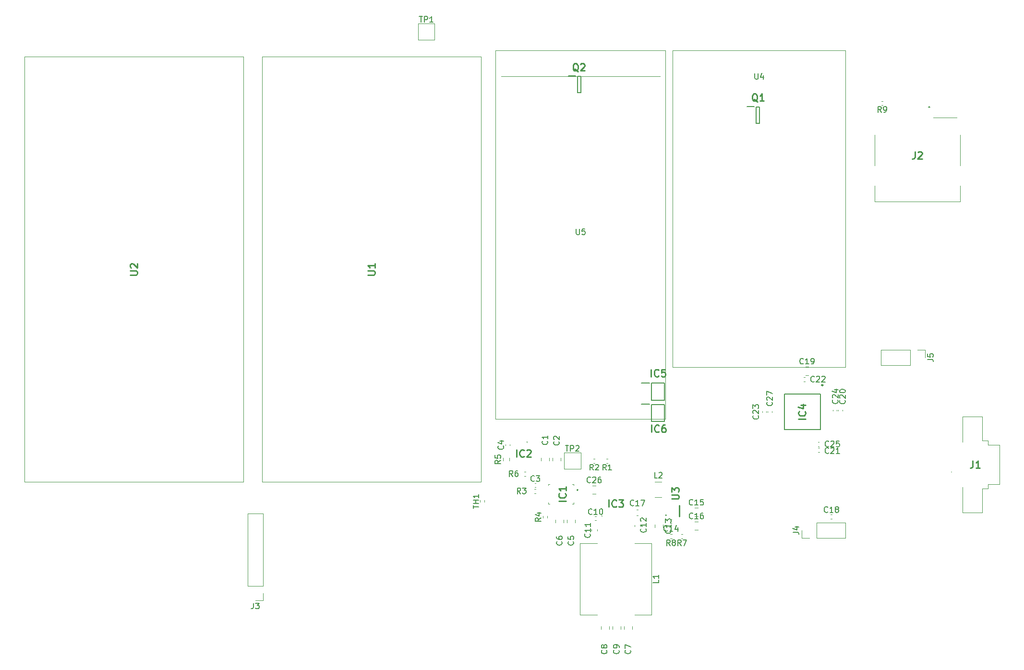
<source format=gbr>
%TF.GenerationSoftware,KiCad,Pcbnew,(6.0.9)*%
%TF.CreationDate,2023-04-17T01:59:29-04:00*%
%TF.ProjectId,TrailCounter,54726169-6c43-46f7-956e-7465722e6b69,rev?*%
%TF.SameCoordinates,Original*%
%TF.FileFunction,Legend,Top*%
%TF.FilePolarity,Positive*%
%FSLAX46Y46*%
G04 Gerber Fmt 4.6, Leading zero omitted, Abs format (unit mm)*
G04 Created by KiCad (PCBNEW (6.0.9)) date 2023-04-17 01:59:29*
%MOMM*%
%LPD*%
G01*
G04 APERTURE LIST*
%ADD10C,0.254000*%
%ADD11C,0.150000*%
%ADD12C,0.200000*%
%ADD13C,0.250000*%
%ADD14C,0.120000*%
%ADD15C,0.100000*%
G04 APERTURE END LIST*
D10*
%TO.C,IC4*%
X170500523Y-94203761D02*
X169230523Y-94203761D01*
X170379571Y-92873285D02*
X170440047Y-92933761D01*
X170500523Y-93115190D01*
X170500523Y-93236142D01*
X170440047Y-93417571D01*
X170319095Y-93538523D01*
X170198142Y-93599000D01*
X169956238Y-93659476D01*
X169774809Y-93659476D01*
X169532904Y-93599000D01*
X169411952Y-93538523D01*
X169291000Y-93417571D01*
X169230523Y-93236142D01*
X169230523Y-93115190D01*
X169291000Y-92933761D01*
X169351476Y-92873285D01*
X169653857Y-91784714D02*
X170500523Y-91784714D01*
X169170047Y-92087095D02*
X170077190Y-92389476D01*
X170077190Y-91603285D01*
D11*
%TO.C,C19*%
X170095942Y-84427542D02*
X170048323Y-84475161D01*
X169905466Y-84522780D01*
X169810228Y-84522780D01*
X169667371Y-84475161D01*
X169572133Y-84379923D01*
X169524514Y-84284685D01*
X169476895Y-84094209D01*
X169476895Y-83951352D01*
X169524514Y-83760876D01*
X169572133Y-83665638D01*
X169667371Y-83570400D01*
X169810228Y-83522780D01*
X169905466Y-83522780D01*
X170048323Y-83570400D01*
X170095942Y-83618019D01*
X171048323Y-84522780D02*
X170476895Y-84522780D01*
X170762609Y-84522780D02*
X170762609Y-83522780D01*
X170667371Y-83665638D01*
X170572133Y-83760876D01*
X170476895Y-83808495D01*
X171524514Y-84522780D02*
X171714990Y-84522780D01*
X171810228Y-84475161D01*
X171857847Y-84427542D01*
X171953085Y-84284685D01*
X172000704Y-84094209D01*
X172000704Y-83713257D01*
X171953085Y-83618019D01*
X171905466Y-83570400D01*
X171810228Y-83522780D01*
X171619752Y-83522780D01*
X171524514Y-83570400D01*
X171476895Y-83618019D01*
X171429276Y-83713257D01*
X171429276Y-83951352D01*
X171476895Y-84046590D01*
X171524514Y-84094209D01*
X171619752Y-84141828D01*
X171810228Y-84141828D01*
X171905466Y-84094209D01*
X171953085Y-84046590D01*
X172000704Y-83951352D01*
%TO.C,C16*%
X150588742Y-111707142D02*
X150541123Y-111754761D01*
X150398266Y-111802380D01*
X150303028Y-111802380D01*
X150160171Y-111754761D01*
X150064933Y-111659523D01*
X150017314Y-111564285D01*
X149969695Y-111373809D01*
X149969695Y-111230952D01*
X150017314Y-111040476D01*
X150064933Y-110945238D01*
X150160171Y-110850000D01*
X150303028Y-110802380D01*
X150398266Y-110802380D01*
X150541123Y-110850000D01*
X150588742Y-110897619D01*
X151541123Y-111802380D02*
X150969695Y-111802380D01*
X151255409Y-111802380D02*
X151255409Y-110802380D01*
X151160171Y-110945238D01*
X151064933Y-111040476D01*
X150969695Y-111088095D01*
X152398266Y-110802380D02*
X152207790Y-110802380D01*
X152112552Y-110850000D01*
X152064933Y-110897619D01*
X151969695Y-111040476D01*
X151922076Y-111230952D01*
X151922076Y-111611904D01*
X151969695Y-111707142D01*
X152017314Y-111754761D01*
X152112552Y-111802380D01*
X152303028Y-111802380D01*
X152398266Y-111754761D01*
X152445885Y-111707142D01*
X152493504Y-111611904D01*
X152493504Y-111373809D01*
X152445885Y-111278571D01*
X152398266Y-111230952D01*
X152303028Y-111183333D01*
X152112552Y-111183333D01*
X152017314Y-111230952D01*
X151969695Y-111278571D01*
X151922076Y-111373809D01*
%TO.C,C15*%
X150588742Y-109319542D02*
X150541123Y-109367161D01*
X150398266Y-109414780D01*
X150303028Y-109414780D01*
X150160171Y-109367161D01*
X150064933Y-109271923D01*
X150017314Y-109176685D01*
X149969695Y-108986209D01*
X149969695Y-108843352D01*
X150017314Y-108652876D01*
X150064933Y-108557638D01*
X150160171Y-108462400D01*
X150303028Y-108414780D01*
X150398266Y-108414780D01*
X150541123Y-108462400D01*
X150588742Y-108510019D01*
X151541123Y-109414780D02*
X150969695Y-109414780D01*
X151255409Y-109414780D02*
X151255409Y-108414780D01*
X151160171Y-108557638D01*
X151064933Y-108652876D01*
X150969695Y-108700495D01*
X152445885Y-108414780D02*
X151969695Y-108414780D01*
X151922076Y-108890971D01*
X151969695Y-108843352D01*
X152064933Y-108795733D01*
X152303028Y-108795733D01*
X152398266Y-108843352D01*
X152445885Y-108890971D01*
X152493504Y-108986209D01*
X152493504Y-109224304D01*
X152445885Y-109319542D01*
X152398266Y-109367161D01*
X152303028Y-109414780D01*
X152064933Y-109414780D01*
X151969695Y-109367161D01*
X151922076Y-109319542D01*
%TO.C,C13*%
X146664742Y-113774457D02*
X146712361Y-113822076D01*
X146759980Y-113964933D01*
X146759980Y-114060171D01*
X146712361Y-114203028D01*
X146617123Y-114298266D01*
X146521885Y-114345885D01*
X146331409Y-114393504D01*
X146188552Y-114393504D01*
X145998076Y-114345885D01*
X145902838Y-114298266D01*
X145807600Y-114203028D01*
X145759980Y-114060171D01*
X145759980Y-113964933D01*
X145807600Y-113822076D01*
X145855219Y-113774457D01*
X146759980Y-112822076D02*
X146759980Y-113393504D01*
X146759980Y-113107790D02*
X145759980Y-113107790D01*
X145902838Y-113203028D01*
X145998076Y-113298266D01*
X146045695Y-113393504D01*
X145759980Y-112488742D02*
X145759980Y-111869695D01*
X146140933Y-112203028D01*
X146140933Y-112060171D01*
X146188552Y-111964933D01*
X146236171Y-111917314D01*
X146331409Y-111869695D01*
X146569504Y-111869695D01*
X146664742Y-111917314D01*
X146712361Y-111964933D01*
X146759980Y-112060171D01*
X146759980Y-112345885D01*
X146712361Y-112441123D01*
X146664742Y-112488742D01*
%TO.C,C10*%
X132808742Y-110957142D02*
X132761123Y-111004761D01*
X132618266Y-111052380D01*
X132523028Y-111052380D01*
X132380171Y-111004761D01*
X132284933Y-110909523D01*
X132237314Y-110814285D01*
X132189695Y-110623809D01*
X132189695Y-110480952D01*
X132237314Y-110290476D01*
X132284933Y-110195238D01*
X132380171Y-110100000D01*
X132523028Y-110052380D01*
X132618266Y-110052380D01*
X132761123Y-110100000D01*
X132808742Y-110147619D01*
X133761123Y-111052380D02*
X133189695Y-111052380D01*
X133475409Y-111052380D02*
X133475409Y-110052380D01*
X133380171Y-110195238D01*
X133284933Y-110290476D01*
X133189695Y-110338095D01*
X134380171Y-110052380D02*
X134475409Y-110052380D01*
X134570647Y-110100000D01*
X134618266Y-110147619D01*
X134665885Y-110242857D01*
X134713504Y-110433333D01*
X134713504Y-110671428D01*
X134665885Y-110861904D01*
X134618266Y-110957142D01*
X134570647Y-111004761D01*
X134475409Y-111052380D01*
X134380171Y-111052380D01*
X134284933Y-111004761D01*
X134237314Y-110957142D01*
X134189695Y-110861904D01*
X134142076Y-110671428D01*
X134142076Y-110433333D01*
X134189695Y-110242857D01*
X134237314Y-110147619D01*
X134284933Y-110100000D01*
X134380171Y-110052380D01*
%TO.C,TP1*%
X102370095Y-23212380D02*
X102941523Y-23212380D01*
X102655809Y-24212380D02*
X102655809Y-23212380D01*
X103274857Y-24212380D02*
X103274857Y-23212380D01*
X103655809Y-23212380D01*
X103751047Y-23260000D01*
X103798666Y-23307619D01*
X103846285Y-23402857D01*
X103846285Y-23545714D01*
X103798666Y-23640952D01*
X103751047Y-23688571D01*
X103655809Y-23736190D01*
X103274857Y-23736190D01*
X104798666Y-24212380D02*
X104227238Y-24212380D01*
X104512952Y-24212380D02*
X104512952Y-23212380D01*
X104417714Y-23355238D01*
X104322476Y-23450476D01*
X104227238Y-23498095D01*
%TO.C,C4*%
X117154742Y-98972666D02*
X117202361Y-99020285D01*
X117249980Y-99163142D01*
X117249980Y-99258380D01*
X117202361Y-99401238D01*
X117107123Y-99496476D01*
X117011885Y-99544095D01*
X116821409Y-99591714D01*
X116678552Y-99591714D01*
X116488076Y-99544095D01*
X116392838Y-99496476D01*
X116297600Y-99401238D01*
X116249980Y-99258380D01*
X116249980Y-99163142D01*
X116297600Y-99020285D01*
X116345219Y-98972666D01*
X116583314Y-98115523D02*
X117249980Y-98115523D01*
X116202361Y-98353619D02*
X116916647Y-98591714D01*
X116916647Y-97972666D01*
%TO.C,R7*%
X148524933Y-116531980D02*
X148191600Y-116055790D01*
X147953504Y-116531980D02*
X147953504Y-115531980D01*
X148334457Y-115531980D01*
X148429695Y-115579600D01*
X148477314Y-115627219D01*
X148524933Y-115722457D01*
X148524933Y-115865314D01*
X148477314Y-115960552D01*
X148429695Y-116008171D01*
X148334457Y-116055790D01*
X147953504Y-116055790D01*
X148858266Y-115531980D02*
X149524933Y-115531980D01*
X149096361Y-116531980D01*
D10*
%TO.C,IC3*%
X135767838Y-109743723D02*
X135767838Y-108473723D01*
X137098314Y-109622771D02*
X137037838Y-109683247D01*
X136856409Y-109743723D01*
X136735457Y-109743723D01*
X136554028Y-109683247D01*
X136433076Y-109562295D01*
X136372600Y-109441342D01*
X136312123Y-109199438D01*
X136312123Y-109018009D01*
X136372600Y-108776104D01*
X136433076Y-108655152D01*
X136554028Y-108534200D01*
X136735457Y-108473723D01*
X136856409Y-108473723D01*
X137037838Y-108534200D01*
X137098314Y-108594676D01*
X137521647Y-108473723D02*
X138307838Y-108473723D01*
X137884504Y-108957533D01*
X138065933Y-108957533D01*
X138186885Y-109018009D01*
X138247361Y-109078485D01*
X138307838Y-109199438D01*
X138307838Y-109501819D01*
X138247361Y-109622771D01*
X138186885Y-109683247D01*
X138065933Y-109743723D01*
X137703076Y-109743723D01*
X137582123Y-109683247D01*
X137521647Y-109622771D01*
D11*
%TO.C,TH1*%
X111872780Y-109997714D02*
X111872780Y-109426285D01*
X112872780Y-109712000D02*
X111872780Y-109712000D01*
X112872780Y-109092952D02*
X111872780Y-109092952D01*
X112348971Y-109092952D02*
X112348971Y-108521523D01*
X112872780Y-108521523D02*
X111872780Y-108521523D01*
X112872780Y-107521523D02*
X112872780Y-108092952D01*
X112872780Y-107807238D02*
X111872780Y-107807238D01*
X112015638Y-107902476D01*
X112110876Y-107997714D01*
X112158495Y-108092952D01*
%TO.C,C7*%
X139549142Y-134989866D02*
X139596761Y-135037485D01*
X139644380Y-135180342D01*
X139644380Y-135275580D01*
X139596761Y-135418438D01*
X139501523Y-135513676D01*
X139406285Y-135561295D01*
X139215809Y-135608914D01*
X139072952Y-135608914D01*
X138882476Y-135561295D01*
X138787238Y-135513676D01*
X138692000Y-135418438D01*
X138644380Y-135275580D01*
X138644380Y-135180342D01*
X138692000Y-135037485D01*
X138739619Y-134989866D01*
X138644380Y-134656533D02*
X138644380Y-133989866D01*
X139644380Y-134418438D01*
%TO.C,J4*%
X168267580Y-114176133D02*
X168981866Y-114176133D01*
X169124723Y-114223752D01*
X169219961Y-114318990D01*
X169267580Y-114461847D01*
X169267580Y-114557085D01*
X168600914Y-113271371D02*
X169267580Y-113271371D01*
X168219961Y-113509466D02*
X168934247Y-113747561D01*
X168934247Y-113128514D01*
%TO.C,J5*%
X192013380Y-83696133D02*
X192727666Y-83696133D01*
X192870523Y-83743752D01*
X192965761Y-83838990D01*
X193013380Y-83981847D01*
X193013380Y-84077085D01*
X192013380Y-82743752D02*
X192013380Y-83219942D01*
X192489571Y-83267561D01*
X192441952Y-83219942D01*
X192394333Y-83124704D01*
X192394333Y-82886609D01*
X192441952Y-82791371D01*
X192489571Y-82743752D01*
X192584809Y-82696133D01*
X192822904Y-82696133D01*
X192918142Y-82743752D01*
X192965761Y-82791371D01*
X193013380Y-82886609D01*
X193013380Y-83124704D01*
X192965761Y-83219942D01*
X192918142Y-83267561D01*
%TO.C,U4*%
X161544095Y-33242380D02*
X161544095Y-34051904D01*
X161591714Y-34147142D01*
X161639333Y-34194761D01*
X161734571Y-34242380D01*
X161925047Y-34242380D01*
X162020285Y-34194761D01*
X162067904Y-34147142D01*
X162115523Y-34051904D01*
X162115523Y-33242380D01*
X163020285Y-33575714D02*
X163020285Y-34242380D01*
X162782190Y-33194761D02*
X162544095Y-33909047D01*
X163163142Y-33909047D01*
%TO.C,C12*%
X142292342Y-113571257D02*
X142339961Y-113618876D01*
X142387580Y-113761733D01*
X142387580Y-113856971D01*
X142339961Y-113999828D01*
X142244723Y-114095066D01*
X142149485Y-114142685D01*
X141959009Y-114190304D01*
X141816152Y-114190304D01*
X141625676Y-114142685D01*
X141530438Y-114095066D01*
X141435200Y-113999828D01*
X141387580Y-113856971D01*
X141387580Y-113761733D01*
X141435200Y-113618876D01*
X141482819Y-113571257D01*
X142387580Y-112618876D02*
X142387580Y-113190304D01*
X142387580Y-112904590D02*
X141387580Y-112904590D01*
X141530438Y-112999828D01*
X141625676Y-113095066D01*
X141673295Y-113190304D01*
X141482819Y-112237923D02*
X141435200Y-112190304D01*
X141387580Y-112095066D01*
X141387580Y-111856971D01*
X141435200Y-111761733D01*
X141482819Y-111714114D01*
X141578057Y-111666495D01*
X141673295Y-111666495D01*
X141816152Y-111714114D01*
X142387580Y-112285542D01*
X142387580Y-111666495D01*
D10*
%TO.C,IC6*%
X143286238Y-96535723D02*
X143286238Y-95265723D01*
X144616714Y-96414771D02*
X144556238Y-96475247D01*
X144374809Y-96535723D01*
X144253857Y-96535723D01*
X144072428Y-96475247D01*
X143951476Y-96354295D01*
X143891000Y-96233342D01*
X143830523Y-95991438D01*
X143830523Y-95810009D01*
X143891000Y-95568104D01*
X143951476Y-95447152D01*
X144072428Y-95326200D01*
X144253857Y-95265723D01*
X144374809Y-95265723D01*
X144556238Y-95326200D01*
X144616714Y-95386676D01*
X145705285Y-95265723D02*
X145463380Y-95265723D01*
X145342428Y-95326200D01*
X145281952Y-95386676D01*
X145161000Y-95568104D01*
X145100523Y-95810009D01*
X145100523Y-96293819D01*
X145161000Y-96414771D01*
X145221476Y-96475247D01*
X145342428Y-96535723D01*
X145584333Y-96535723D01*
X145705285Y-96475247D01*
X145765761Y-96414771D01*
X145826238Y-96293819D01*
X145826238Y-95991438D01*
X145765761Y-95870485D01*
X145705285Y-95810009D01*
X145584333Y-95749533D01*
X145342428Y-95749533D01*
X145221476Y-95810009D01*
X145161000Y-95870485D01*
X145100523Y-95991438D01*
D11*
%TO.C,C22*%
X172026342Y-87580742D02*
X171978723Y-87628361D01*
X171835866Y-87675980D01*
X171740628Y-87675980D01*
X171597771Y-87628361D01*
X171502533Y-87533123D01*
X171454914Y-87437885D01*
X171407295Y-87247409D01*
X171407295Y-87104552D01*
X171454914Y-86914076D01*
X171502533Y-86818838D01*
X171597771Y-86723600D01*
X171740628Y-86675980D01*
X171835866Y-86675980D01*
X171978723Y-86723600D01*
X172026342Y-86771219D01*
X172407295Y-86771219D02*
X172454914Y-86723600D01*
X172550152Y-86675980D01*
X172788247Y-86675980D01*
X172883485Y-86723600D01*
X172931104Y-86771219D01*
X172978723Y-86866457D01*
X172978723Y-86961695D01*
X172931104Y-87104552D01*
X172359676Y-87675980D01*
X172978723Y-87675980D01*
X173359676Y-86771219D02*
X173407295Y-86723600D01*
X173502533Y-86675980D01*
X173740628Y-86675980D01*
X173835866Y-86723600D01*
X173883485Y-86771219D01*
X173931104Y-86866457D01*
X173931104Y-86961695D01*
X173883485Y-87104552D01*
X173312057Y-87675980D01*
X173931104Y-87675980D01*
D10*
%TO.C,J2*%
X189771866Y-47056523D02*
X189771866Y-47963666D01*
X189711390Y-48145095D01*
X189590438Y-48266047D01*
X189409009Y-48326523D01*
X189288057Y-48326523D01*
X190316152Y-47177476D02*
X190376628Y-47117000D01*
X190497580Y-47056523D01*
X190799961Y-47056523D01*
X190920914Y-47117000D01*
X190981390Y-47177476D01*
X191041866Y-47298428D01*
X191041866Y-47419380D01*
X190981390Y-47600809D01*
X190255676Y-48326523D01*
X191041866Y-48326523D01*
D11*
%TO.C,L2*%
X144359333Y-104643180D02*
X143883142Y-104643180D01*
X143883142Y-103643180D01*
X144645047Y-103738419D02*
X144692666Y-103690800D01*
X144787904Y-103643180D01*
X145026000Y-103643180D01*
X145121238Y-103690800D01*
X145168857Y-103738419D01*
X145216476Y-103833657D01*
X145216476Y-103928895D01*
X145168857Y-104071752D01*
X144597428Y-104643180D01*
X145216476Y-104643180D01*
%TO.C,C2*%
X126950742Y-98210666D02*
X126998361Y-98258285D01*
X127045980Y-98401142D01*
X127045980Y-98496380D01*
X126998361Y-98639238D01*
X126903123Y-98734476D01*
X126807885Y-98782095D01*
X126617409Y-98829714D01*
X126474552Y-98829714D01*
X126284076Y-98782095D01*
X126188838Y-98734476D01*
X126093600Y-98639238D01*
X126045980Y-98496380D01*
X126045980Y-98401142D01*
X126093600Y-98258285D01*
X126141219Y-98210666D01*
X126141219Y-97829714D02*
X126093600Y-97782095D01*
X126045980Y-97686857D01*
X126045980Y-97448761D01*
X126093600Y-97353523D01*
X126141219Y-97305904D01*
X126236457Y-97258285D01*
X126331695Y-97258285D01*
X126474552Y-97305904D01*
X127045980Y-97877333D01*
X127045980Y-97258285D01*
D10*
%TO.C,Q1*%
X161981847Y-38236676D02*
X161860895Y-38176200D01*
X161739942Y-38055247D01*
X161558514Y-37873819D01*
X161437561Y-37813342D01*
X161316609Y-37813342D01*
X161377085Y-38115723D02*
X161256133Y-38055247D01*
X161135180Y-37934295D01*
X161074704Y-37692390D01*
X161074704Y-37269057D01*
X161135180Y-37027152D01*
X161256133Y-36906200D01*
X161377085Y-36845723D01*
X161618990Y-36845723D01*
X161739942Y-36906200D01*
X161860895Y-37027152D01*
X161921371Y-37269057D01*
X161921371Y-37692390D01*
X161860895Y-37934295D01*
X161739942Y-38055247D01*
X161618990Y-38115723D01*
X161377085Y-38115723D01*
X163130895Y-38115723D02*
X162405180Y-38115723D01*
X162768038Y-38115723D02*
X162768038Y-36845723D01*
X162647085Y-37027152D01*
X162526133Y-37148104D01*
X162405180Y-37208580D01*
D11*
%TO.C,C25*%
X174566342Y-99010742D02*
X174518723Y-99058361D01*
X174375866Y-99105980D01*
X174280628Y-99105980D01*
X174137771Y-99058361D01*
X174042533Y-98963123D01*
X173994914Y-98867885D01*
X173947295Y-98677409D01*
X173947295Y-98534552D01*
X173994914Y-98344076D01*
X174042533Y-98248838D01*
X174137771Y-98153600D01*
X174280628Y-98105980D01*
X174375866Y-98105980D01*
X174518723Y-98153600D01*
X174566342Y-98201219D01*
X174947295Y-98201219D02*
X174994914Y-98153600D01*
X175090152Y-98105980D01*
X175328247Y-98105980D01*
X175423485Y-98153600D01*
X175471104Y-98201219D01*
X175518723Y-98296457D01*
X175518723Y-98391695D01*
X175471104Y-98534552D01*
X174899676Y-99105980D01*
X175518723Y-99105980D01*
X176423485Y-98105980D02*
X175947295Y-98105980D01*
X175899676Y-98582171D01*
X175947295Y-98534552D01*
X176042533Y-98486933D01*
X176280628Y-98486933D01*
X176375866Y-98534552D01*
X176423485Y-98582171D01*
X176471104Y-98677409D01*
X176471104Y-98915504D01*
X176423485Y-99010742D01*
X176375866Y-99058361D01*
X176280628Y-99105980D01*
X176042533Y-99105980D01*
X175947295Y-99058361D01*
X175899676Y-99010742D01*
%TO.C,L1*%
X144559980Y-122594666D02*
X144559980Y-123070857D01*
X143559980Y-123070857D01*
X144559980Y-121737523D02*
X144559980Y-122308952D01*
X144559980Y-122023238D02*
X143559980Y-122023238D01*
X143702838Y-122118476D01*
X143798076Y-122213714D01*
X143845695Y-122308952D01*
%TO.C,C20*%
X177395142Y-90914457D02*
X177442761Y-90962076D01*
X177490380Y-91104933D01*
X177490380Y-91200171D01*
X177442761Y-91343028D01*
X177347523Y-91438266D01*
X177252285Y-91485885D01*
X177061809Y-91533504D01*
X176918952Y-91533504D01*
X176728476Y-91485885D01*
X176633238Y-91438266D01*
X176538000Y-91343028D01*
X176490380Y-91200171D01*
X176490380Y-91104933D01*
X176538000Y-90962076D01*
X176585619Y-90914457D01*
X176585619Y-90533504D02*
X176538000Y-90485885D01*
X176490380Y-90390647D01*
X176490380Y-90152552D01*
X176538000Y-90057314D01*
X176585619Y-90009695D01*
X176680857Y-89962076D01*
X176776095Y-89962076D01*
X176918952Y-90009695D01*
X177490380Y-90581123D01*
X177490380Y-89962076D01*
X176490380Y-89343028D02*
X176490380Y-89247790D01*
X176538000Y-89152552D01*
X176585619Y-89104933D01*
X176680857Y-89057314D01*
X176871333Y-89009695D01*
X177109428Y-89009695D01*
X177299904Y-89057314D01*
X177395142Y-89104933D01*
X177442761Y-89152552D01*
X177490380Y-89247790D01*
X177490380Y-89343028D01*
X177442761Y-89438266D01*
X177395142Y-89485885D01*
X177299904Y-89533504D01*
X177109428Y-89581123D01*
X176871333Y-89581123D01*
X176680857Y-89533504D01*
X176585619Y-89485885D01*
X176538000Y-89438266D01*
X176490380Y-89343028D01*
%TO.C,C18*%
X174398942Y-110593142D02*
X174351323Y-110640761D01*
X174208466Y-110688380D01*
X174113228Y-110688380D01*
X173970371Y-110640761D01*
X173875133Y-110545523D01*
X173827514Y-110450285D01*
X173779895Y-110259809D01*
X173779895Y-110116952D01*
X173827514Y-109926476D01*
X173875133Y-109831238D01*
X173970371Y-109736000D01*
X174113228Y-109688380D01*
X174208466Y-109688380D01*
X174351323Y-109736000D01*
X174398942Y-109783619D01*
X175351323Y-110688380D02*
X174779895Y-110688380D01*
X175065609Y-110688380D02*
X175065609Y-109688380D01*
X174970371Y-109831238D01*
X174875133Y-109926476D01*
X174779895Y-109974095D01*
X175922752Y-110116952D02*
X175827514Y-110069333D01*
X175779895Y-110021714D01*
X175732276Y-109926476D01*
X175732276Y-109878857D01*
X175779895Y-109783619D01*
X175827514Y-109736000D01*
X175922752Y-109688380D01*
X176113228Y-109688380D01*
X176208466Y-109736000D01*
X176256085Y-109783619D01*
X176303704Y-109878857D01*
X176303704Y-109926476D01*
X176256085Y-110021714D01*
X176208466Y-110069333D01*
X176113228Y-110116952D01*
X175922752Y-110116952D01*
X175827514Y-110164571D01*
X175779895Y-110212190D01*
X175732276Y-110307428D01*
X175732276Y-110497904D01*
X175779895Y-110593142D01*
X175827514Y-110640761D01*
X175922752Y-110688380D01*
X176113228Y-110688380D01*
X176208466Y-110640761D01*
X176256085Y-110593142D01*
X176303704Y-110497904D01*
X176303704Y-110307428D01*
X176256085Y-110212190D01*
X176208466Y-110164571D01*
X176113228Y-110116952D01*
%TO.C,R9*%
X183830933Y-40118780D02*
X183497600Y-39642590D01*
X183259504Y-40118780D02*
X183259504Y-39118780D01*
X183640457Y-39118780D01*
X183735695Y-39166400D01*
X183783314Y-39214019D01*
X183830933Y-39309257D01*
X183830933Y-39452114D01*
X183783314Y-39547352D01*
X183735695Y-39594971D01*
X183640457Y-39642590D01*
X183259504Y-39642590D01*
X184307123Y-40118780D02*
X184497600Y-40118780D01*
X184592838Y-40071161D01*
X184640457Y-40023542D01*
X184735695Y-39880685D01*
X184783314Y-39690209D01*
X184783314Y-39309257D01*
X184735695Y-39214019D01*
X184688076Y-39166400D01*
X184592838Y-39118780D01*
X184402361Y-39118780D01*
X184307123Y-39166400D01*
X184259504Y-39214019D01*
X184211885Y-39309257D01*
X184211885Y-39547352D01*
X184259504Y-39642590D01*
X184307123Y-39690209D01*
X184402361Y-39737828D01*
X184592838Y-39737828D01*
X184688076Y-39690209D01*
X184735695Y-39642590D01*
X184783314Y-39547352D01*
%TO.C,C17*%
X140174742Y-109424742D02*
X140127123Y-109472361D01*
X139984266Y-109519980D01*
X139889028Y-109519980D01*
X139746171Y-109472361D01*
X139650933Y-109377123D01*
X139603314Y-109281885D01*
X139555695Y-109091409D01*
X139555695Y-108948552D01*
X139603314Y-108758076D01*
X139650933Y-108662838D01*
X139746171Y-108567600D01*
X139889028Y-108519980D01*
X139984266Y-108519980D01*
X140127123Y-108567600D01*
X140174742Y-108615219D01*
X141127123Y-109519980D02*
X140555695Y-109519980D01*
X140841409Y-109519980D02*
X140841409Y-108519980D01*
X140746171Y-108662838D01*
X140650933Y-108758076D01*
X140555695Y-108805695D01*
X141460457Y-108519980D02*
X142127123Y-108519980D01*
X141698552Y-109519980D01*
%TO.C,R5*%
X116725980Y-101512666D02*
X116249790Y-101846000D01*
X116725980Y-102084095D02*
X115725980Y-102084095D01*
X115725980Y-101703142D01*
X115773600Y-101607904D01*
X115821219Y-101560285D01*
X115916457Y-101512666D01*
X116059314Y-101512666D01*
X116154552Y-101560285D01*
X116202171Y-101607904D01*
X116249790Y-101703142D01*
X116249790Y-102084095D01*
X115725980Y-100607904D02*
X115725980Y-101084095D01*
X116202171Y-101131714D01*
X116154552Y-101084095D01*
X116106933Y-100988857D01*
X116106933Y-100750761D01*
X116154552Y-100655523D01*
X116202171Y-100607904D01*
X116297409Y-100560285D01*
X116535504Y-100560285D01*
X116630742Y-100607904D01*
X116678361Y-100655523D01*
X116725980Y-100750761D01*
X116725980Y-100988857D01*
X116678361Y-101084095D01*
X116630742Y-101131714D01*
%TO.C,C27*%
X164542742Y-91270057D02*
X164590361Y-91317676D01*
X164637980Y-91460533D01*
X164637980Y-91555771D01*
X164590361Y-91698628D01*
X164495123Y-91793866D01*
X164399885Y-91841485D01*
X164209409Y-91889104D01*
X164066552Y-91889104D01*
X163876076Y-91841485D01*
X163780838Y-91793866D01*
X163685600Y-91698628D01*
X163637980Y-91555771D01*
X163637980Y-91460533D01*
X163685600Y-91317676D01*
X163733219Y-91270057D01*
X163733219Y-90889104D02*
X163685600Y-90841485D01*
X163637980Y-90746247D01*
X163637980Y-90508152D01*
X163685600Y-90412914D01*
X163733219Y-90365295D01*
X163828457Y-90317676D01*
X163923695Y-90317676D01*
X164066552Y-90365295D01*
X164637980Y-90936723D01*
X164637980Y-90317676D01*
X163637980Y-89984342D02*
X163637980Y-89317676D01*
X164637980Y-89746247D01*
%TO.C,C23*%
X162104342Y-93606857D02*
X162151961Y-93654476D01*
X162199580Y-93797333D01*
X162199580Y-93892571D01*
X162151961Y-94035428D01*
X162056723Y-94130666D01*
X161961485Y-94178285D01*
X161771009Y-94225904D01*
X161628152Y-94225904D01*
X161437676Y-94178285D01*
X161342438Y-94130666D01*
X161247200Y-94035428D01*
X161199580Y-93892571D01*
X161199580Y-93797333D01*
X161247200Y-93654476D01*
X161294819Y-93606857D01*
X161294819Y-93225904D02*
X161247200Y-93178285D01*
X161199580Y-93083047D01*
X161199580Y-92844952D01*
X161247200Y-92749714D01*
X161294819Y-92702095D01*
X161390057Y-92654476D01*
X161485295Y-92654476D01*
X161628152Y-92702095D01*
X162199580Y-93273523D01*
X162199580Y-92654476D01*
X161199580Y-92321142D02*
X161199580Y-91702095D01*
X161580533Y-92035428D01*
X161580533Y-91892571D01*
X161628152Y-91797333D01*
X161675771Y-91749714D01*
X161771009Y-91702095D01*
X162009104Y-91702095D01*
X162104342Y-91749714D01*
X162151961Y-91797333D01*
X162199580Y-91892571D01*
X162199580Y-92178285D01*
X162151961Y-92273523D01*
X162104342Y-92321142D01*
%TO.C,C11*%
X132437142Y-114485657D02*
X132484761Y-114533276D01*
X132532380Y-114676133D01*
X132532380Y-114771371D01*
X132484761Y-114914228D01*
X132389523Y-115009466D01*
X132294285Y-115057085D01*
X132103809Y-115104704D01*
X131960952Y-115104704D01*
X131770476Y-115057085D01*
X131675238Y-115009466D01*
X131580000Y-114914228D01*
X131532380Y-114771371D01*
X131532380Y-114676133D01*
X131580000Y-114533276D01*
X131627619Y-114485657D01*
X132532380Y-113533276D02*
X132532380Y-114104704D01*
X132532380Y-113818990D02*
X131532380Y-113818990D01*
X131675238Y-113914228D01*
X131770476Y-114009466D01*
X131818095Y-114104704D01*
X132532380Y-112580895D02*
X132532380Y-113152323D01*
X132532380Y-112866609D02*
X131532380Y-112866609D01*
X131675238Y-112961847D01*
X131770476Y-113057085D01*
X131818095Y-113152323D01*
%TO.C,R8*%
X146594533Y-116531980D02*
X146261200Y-116055790D01*
X146023104Y-116531980D02*
X146023104Y-115531980D01*
X146404057Y-115531980D01*
X146499295Y-115579600D01*
X146546914Y-115627219D01*
X146594533Y-115722457D01*
X146594533Y-115865314D01*
X146546914Y-115960552D01*
X146499295Y-116008171D01*
X146404057Y-116055790D01*
X146023104Y-116055790D01*
X147165961Y-115960552D02*
X147070723Y-115912933D01*
X147023104Y-115865314D01*
X146975485Y-115770076D01*
X146975485Y-115722457D01*
X147023104Y-115627219D01*
X147070723Y-115579600D01*
X147165961Y-115531980D01*
X147356438Y-115531980D01*
X147451676Y-115579600D01*
X147499295Y-115627219D01*
X147546914Y-115722457D01*
X147546914Y-115770076D01*
X147499295Y-115865314D01*
X147451676Y-115912933D01*
X147356438Y-115960552D01*
X147165961Y-115960552D01*
X147070723Y-116008171D01*
X147023104Y-116055790D01*
X146975485Y-116151028D01*
X146975485Y-116341504D01*
X147023104Y-116436742D01*
X147070723Y-116484361D01*
X147165961Y-116531980D01*
X147356438Y-116531980D01*
X147451676Y-116484361D01*
X147499295Y-116436742D01*
X147546914Y-116341504D01*
X147546914Y-116151028D01*
X147499295Y-116055790D01*
X147451676Y-116008171D01*
X147356438Y-115960552D01*
D10*
%TO.C,IC1*%
X128205123Y-108681761D02*
X126935123Y-108681761D01*
X128084171Y-107351285D02*
X128144647Y-107411761D01*
X128205123Y-107593190D01*
X128205123Y-107714142D01*
X128144647Y-107895571D01*
X128023695Y-108016523D01*
X127902742Y-108077000D01*
X127660838Y-108137476D01*
X127479409Y-108137476D01*
X127237504Y-108077000D01*
X127116552Y-108016523D01*
X126995600Y-107895571D01*
X126935123Y-107714142D01*
X126935123Y-107593190D01*
X126995600Y-107411761D01*
X127056076Y-107351285D01*
X128205123Y-106141761D02*
X128205123Y-106867476D01*
X128205123Y-106504619D02*
X126935123Y-106504619D01*
X127116552Y-106625571D01*
X127237504Y-106746523D01*
X127297980Y-106867476D01*
%TO.C,IC5*%
X143235438Y-86731323D02*
X143235438Y-85461323D01*
X144565914Y-86610371D02*
X144505438Y-86670847D01*
X144324009Y-86731323D01*
X144203057Y-86731323D01*
X144021628Y-86670847D01*
X143900676Y-86549895D01*
X143840200Y-86428942D01*
X143779723Y-86187038D01*
X143779723Y-86005609D01*
X143840200Y-85763704D01*
X143900676Y-85642752D01*
X144021628Y-85521800D01*
X144203057Y-85461323D01*
X144324009Y-85461323D01*
X144505438Y-85521800D01*
X144565914Y-85582276D01*
X145714961Y-85461323D02*
X145110200Y-85461323D01*
X145049723Y-86066085D01*
X145110200Y-86005609D01*
X145231152Y-85945133D01*
X145533533Y-85945133D01*
X145654485Y-86005609D01*
X145714961Y-86066085D01*
X145775438Y-86187038D01*
X145775438Y-86489419D01*
X145714961Y-86610371D01*
X145654485Y-86670847D01*
X145533533Y-86731323D01*
X145231152Y-86731323D01*
X145110200Y-86670847D01*
X145049723Y-86610371D01*
%TO.C,U2*%
X51374523Y-68785619D02*
X52402619Y-68785619D01*
X52523571Y-68725142D01*
X52584047Y-68664666D01*
X52644523Y-68543714D01*
X52644523Y-68301809D01*
X52584047Y-68180857D01*
X52523571Y-68120380D01*
X52402619Y-68059904D01*
X51374523Y-68059904D01*
X51495476Y-67515619D02*
X51435000Y-67455142D01*
X51374523Y-67334190D01*
X51374523Y-67031809D01*
X51435000Y-66910857D01*
X51495476Y-66850380D01*
X51616428Y-66789904D01*
X51737380Y-66789904D01*
X51918809Y-66850380D01*
X52644523Y-67576095D01*
X52644523Y-66789904D01*
D11*
%TO.C,C24*%
X176125142Y-90863657D02*
X176172761Y-90911276D01*
X176220380Y-91054133D01*
X176220380Y-91149371D01*
X176172761Y-91292228D01*
X176077523Y-91387466D01*
X175982285Y-91435085D01*
X175791809Y-91482704D01*
X175648952Y-91482704D01*
X175458476Y-91435085D01*
X175363238Y-91387466D01*
X175268000Y-91292228D01*
X175220380Y-91149371D01*
X175220380Y-91054133D01*
X175268000Y-90911276D01*
X175315619Y-90863657D01*
X175315619Y-90482704D02*
X175268000Y-90435085D01*
X175220380Y-90339847D01*
X175220380Y-90101752D01*
X175268000Y-90006514D01*
X175315619Y-89958895D01*
X175410857Y-89911276D01*
X175506095Y-89911276D01*
X175648952Y-89958895D01*
X176220380Y-90530323D01*
X176220380Y-89911276D01*
X175553714Y-89054133D02*
X176220380Y-89054133D01*
X175172761Y-89292228D02*
X175887047Y-89530323D01*
X175887047Y-88911276D01*
%TO.C,C3*%
X122667733Y-105115142D02*
X122620114Y-105162761D01*
X122477257Y-105210380D01*
X122382019Y-105210380D01*
X122239161Y-105162761D01*
X122143923Y-105067523D01*
X122096304Y-104972285D01*
X122048685Y-104781809D01*
X122048685Y-104638952D01*
X122096304Y-104448476D01*
X122143923Y-104353238D01*
X122239161Y-104258000D01*
X122382019Y-104210380D01*
X122477257Y-104210380D01*
X122620114Y-104258000D01*
X122667733Y-104305619D01*
X123001066Y-104210380D02*
X123620114Y-104210380D01*
X123286780Y-104591333D01*
X123429638Y-104591333D01*
X123524876Y-104638952D01*
X123572495Y-104686571D01*
X123620114Y-104781809D01*
X123620114Y-105019904D01*
X123572495Y-105115142D01*
X123524876Y-105162761D01*
X123429638Y-105210380D01*
X123143923Y-105210380D01*
X123048685Y-105162761D01*
X123001066Y-105115142D01*
%TO.C,C14*%
X146118342Y-113895142D02*
X146070723Y-113942761D01*
X145927866Y-113990380D01*
X145832628Y-113990380D01*
X145689771Y-113942761D01*
X145594533Y-113847523D01*
X145546914Y-113752285D01*
X145499295Y-113561809D01*
X145499295Y-113418952D01*
X145546914Y-113228476D01*
X145594533Y-113133238D01*
X145689771Y-113038000D01*
X145832628Y-112990380D01*
X145927866Y-112990380D01*
X146070723Y-113038000D01*
X146118342Y-113085619D01*
X147070723Y-113990380D02*
X146499295Y-113990380D01*
X146785009Y-113990380D02*
X146785009Y-112990380D01*
X146689771Y-113133238D01*
X146594533Y-113228476D01*
X146499295Y-113276095D01*
X147927866Y-113323714D02*
X147927866Y-113990380D01*
X147689771Y-112942761D02*
X147451676Y-113657047D01*
X148070723Y-113657047D01*
%TO.C,C26*%
X132554742Y-105357142D02*
X132507123Y-105404761D01*
X132364266Y-105452380D01*
X132269028Y-105452380D01*
X132126171Y-105404761D01*
X132030933Y-105309523D01*
X131983314Y-105214285D01*
X131935695Y-105023809D01*
X131935695Y-104880952D01*
X131983314Y-104690476D01*
X132030933Y-104595238D01*
X132126171Y-104500000D01*
X132269028Y-104452380D01*
X132364266Y-104452380D01*
X132507123Y-104500000D01*
X132554742Y-104547619D01*
X132935695Y-104547619D02*
X132983314Y-104500000D01*
X133078552Y-104452380D01*
X133316647Y-104452380D01*
X133411885Y-104500000D01*
X133459504Y-104547619D01*
X133507123Y-104642857D01*
X133507123Y-104738095D01*
X133459504Y-104880952D01*
X132888076Y-105452380D01*
X133507123Y-105452380D01*
X134364266Y-104452380D02*
X134173790Y-104452380D01*
X134078552Y-104500000D01*
X134030933Y-104547619D01*
X133935695Y-104690476D01*
X133888076Y-104880952D01*
X133888076Y-105261904D01*
X133935695Y-105357142D01*
X133983314Y-105404761D01*
X134078552Y-105452380D01*
X134269028Y-105452380D01*
X134364266Y-105404761D01*
X134411885Y-105357142D01*
X134459504Y-105261904D01*
X134459504Y-105023809D01*
X134411885Y-104928571D01*
X134364266Y-104880952D01*
X134269028Y-104833333D01*
X134078552Y-104833333D01*
X133983314Y-104880952D01*
X133935695Y-104928571D01*
X133888076Y-105023809D01*
%TO.C,R4*%
X123843980Y-111672666D02*
X123367790Y-112006000D01*
X123843980Y-112244095D02*
X122843980Y-112244095D01*
X122843980Y-111863142D01*
X122891600Y-111767904D01*
X122939219Y-111720285D01*
X123034457Y-111672666D01*
X123177314Y-111672666D01*
X123272552Y-111720285D01*
X123320171Y-111767904D01*
X123367790Y-111863142D01*
X123367790Y-112244095D01*
X123177314Y-110815523D02*
X123843980Y-110815523D01*
X122796361Y-111053619D02*
X123510647Y-111291714D01*
X123510647Y-110672666D01*
%TO.C,R2*%
X133030933Y-103222380D02*
X132697600Y-102746190D01*
X132459504Y-103222380D02*
X132459504Y-102222380D01*
X132840457Y-102222380D01*
X132935695Y-102270000D01*
X132983314Y-102317619D01*
X133030933Y-102412857D01*
X133030933Y-102555714D01*
X132983314Y-102650952D01*
X132935695Y-102698571D01*
X132840457Y-102746190D01*
X132459504Y-102746190D01*
X133411885Y-102317619D02*
X133459504Y-102270000D01*
X133554742Y-102222380D01*
X133792838Y-102222380D01*
X133888076Y-102270000D01*
X133935695Y-102317619D01*
X133983314Y-102412857D01*
X133983314Y-102508095D01*
X133935695Y-102650952D01*
X133364266Y-103222380D01*
X133983314Y-103222380D01*
%TO.C,TP2*%
X128125695Y-98904380D02*
X128697123Y-98904380D01*
X128411409Y-99904380D02*
X128411409Y-98904380D01*
X129030457Y-99904380D02*
X129030457Y-98904380D01*
X129411409Y-98904380D01*
X129506647Y-98952000D01*
X129554266Y-98999619D01*
X129601885Y-99094857D01*
X129601885Y-99237714D01*
X129554266Y-99332952D01*
X129506647Y-99380571D01*
X129411409Y-99428190D01*
X129030457Y-99428190D01*
X129982838Y-98999619D02*
X130030457Y-98952000D01*
X130125695Y-98904380D01*
X130363790Y-98904380D01*
X130459028Y-98952000D01*
X130506647Y-98999619D01*
X130554266Y-99094857D01*
X130554266Y-99190095D01*
X130506647Y-99332952D01*
X129935219Y-99904380D01*
X130554266Y-99904380D01*
%TO.C,U5*%
X130048095Y-60674380D02*
X130048095Y-61483904D01*
X130095714Y-61579142D01*
X130143333Y-61626761D01*
X130238571Y-61674380D01*
X130429047Y-61674380D01*
X130524285Y-61626761D01*
X130571904Y-61579142D01*
X130619523Y-61483904D01*
X130619523Y-60674380D01*
X131571904Y-60674380D02*
X131095714Y-60674380D01*
X131048095Y-61150571D01*
X131095714Y-61102952D01*
X131190952Y-61055333D01*
X131429047Y-61055333D01*
X131524285Y-61102952D01*
X131571904Y-61150571D01*
X131619523Y-61245809D01*
X131619523Y-61483904D01*
X131571904Y-61579142D01*
X131524285Y-61626761D01*
X131429047Y-61674380D01*
X131190952Y-61674380D01*
X131095714Y-61626761D01*
X131048095Y-61579142D01*
%TO.C,C21*%
X174566342Y-100179142D02*
X174518723Y-100226761D01*
X174375866Y-100274380D01*
X174280628Y-100274380D01*
X174137771Y-100226761D01*
X174042533Y-100131523D01*
X173994914Y-100036285D01*
X173947295Y-99845809D01*
X173947295Y-99702952D01*
X173994914Y-99512476D01*
X174042533Y-99417238D01*
X174137771Y-99322000D01*
X174280628Y-99274380D01*
X174375866Y-99274380D01*
X174518723Y-99322000D01*
X174566342Y-99369619D01*
X174947295Y-99369619D02*
X174994914Y-99322000D01*
X175090152Y-99274380D01*
X175328247Y-99274380D01*
X175423485Y-99322000D01*
X175471104Y-99369619D01*
X175518723Y-99464857D01*
X175518723Y-99560095D01*
X175471104Y-99702952D01*
X174899676Y-100274380D01*
X175518723Y-100274380D01*
X176471104Y-100274380D02*
X175899676Y-100274380D01*
X176185390Y-100274380D02*
X176185390Y-99274380D01*
X176090152Y-99417238D01*
X175994914Y-99512476D01*
X175899676Y-99560095D01*
%TO.C,C6*%
X127458742Y-115838266D02*
X127506361Y-115885885D01*
X127553980Y-116028742D01*
X127553980Y-116123980D01*
X127506361Y-116266838D01*
X127411123Y-116362076D01*
X127315885Y-116409695D01*
X127125409Y-116457314D01*
X126982552Y-116457314D01*
X126792076Y-116409695D01*
X126696838Y-116362076D01*
X126601600Y-116266838D01*
X126553980Y-116123980D01*
X126553980Y-116028742D01*
X126601600Y-115885885D01*
X126649219Y-115838266D01*
X126553980Y-114981123D02*
X126553980Y-115171600D01*
X126601600Y-115266838D01*
X126649219Y-115314457D01*
X126792076Y-115409695D01*
X126982552Y-115457314D01*
X127363504Y-115457314D01*
X127458742Y-115409695D01*
X127506361Y-115362076D01*
X127553980Y-115266838D01*
X127553980Y-115076361D01*
X127506361Y-114981123D01*
X127458742Y-114933504D01*
X127363504Y-114885885D01*
X127125409Y-114885885D01*
X127030171Y-114933504D01*
X126982552Y-114981123D01*
X126934933Y-115076361D01*
X126934933Y-115266838D01*
X126982552Y-115362076D01*
X127030171Y-115409695D01*
X127125409Y-115457314D01*
%TO.C,R1*%
X135316933Y-103222380D02*
X134983600Y-102746190D01*
X134745504Y-103222380D02*
X134745504Y-102222380D01*
X135126457Y-102222380D01*
X135221695Y-102270000D01*
X135269314Y-102317619D01*
X135316933Y-102412857D01*
X135316933Y-102555714D01*
X135269314Y-102650952D01*
X135221695Y-102698571D01*
X135126457Y-102746190D01*
X134745504Y-102746190D01*
X136269314Y-103222380D02*
X135697885Y-103222380D01*
X135983600Y-103222380D02*
X135983600Y-102222380D01*
X135888361Y-102365238D01*
X135793123Y-102460476D01*
X135697885Y-102508095D01*
%TO.C,J3*%
X73123466Y-126699580D02*
X73123466Y-127413866D01*
X73075847Y-127556723D01*
X72980609Y-127651961D01*
X72837752Y-127699580D01*
X72742514Y-127699580D01*
X73504419Y-126699580D02*
X74123466Y-126699580D01*
X73790133Y-127080533D01*
X73932990Y-127080533D01*
X74028228Y-127128152D01*
X74075847Y-127175771D01*
X74123466Y-127271009D01*
X74123466Y-127509104D01*
X74075847Y-127604342D01*
X74028228Y-127651961D01*
X73932990Y-127699580D01*
X73647276Y-127699580D01*
X73552038Y-127651961D01*
X73504419Y-127604342D01*
%TO.C,C1*%
X124918742Y-98109066D02*
X124966361Y-98156685D01*
X125013980Y-98299542D01*
X125013980Y-98394780D01*
X124966361Y-98537638D01*
X124871123Y-98632876D01*
X124775885Y-98680495D01*
X124585409Y-98728114D01*
X124442552Y-98728114D01*
X124252076Y-98680495D01*
X124156838Y-98632876D01*
X124061600Y-98537638D01*
X124013980Y-98394780D01*
X124013980Y-98299542D01*
X124061600Y-98156685D01*
X124109219Y-98109066D01*
X125013980Y-97156685D02*
X125013980Y-97728114D01*
X125013980Y-97442400D02*
X124013980Y-97442400D01*
X124156838Y-97537638D01*
X124252076Y-97632876D01*
X124299695Y-97728114D01*
D10*
%TO.C,IC2*%
X119511838Y-100904523D02*
X119511838Y-99634523D01*
X120842314Y-100783571D02*
X120781838Y-100844047D01*
X120600409Y-100904523D01*
X120479457Y-100904523D01*
X120298028Y-100844047D01*
X120177076Y-100723095D01*
X120116600Y-100602142D01*
X120056123Y-100360238D01*
X120056123Y-100178809D01*
X120116600Y-99936904D01*
X120177076Y-99815952D01*
X120298028Y-99695000D01*
X120479457Y-99634523D01*
X120600409Y-99634523D01*
X120781838Y-99695000D01*
X120842314Y-99755476D01*
X121326123Y-99755476D02*
X121386600Y-99695000D01*
X121507552Y-99634523D01*
X121809933Y-99634523D01*
X121930885Y-99695000D01*
X121991361Y-99755476D01*
X122051838Y-99876428D01*
X122051838Y-99997380D01*
X121991361Y-100178809D01*
X121265647Y-100904523D01*
X122051838Y-100904523D01*
D11*
%TO.C,R3*%
X120229333Y-107386380D02*
X119896000Y-106910190D01*
X119657904Y-107386380D02*
X119657904Y-106386380D01*
X120038857Y-106386380D01*
X120134095Y-106434000D01*
X120181714Y-106481619D01*
X120229333Y-106576857D01*
X120229333Y-106719714D01*
X120181714Y-106814952D01*
X120134095Y-106862571D01*
X120038857Y-106910190D01*
X119657904Y-106910190D01*
X120562666Y-106386380D02*
X121181714Y-106386380D01*
X120848380Y-106767333D01*
X120991238Y-106767333D01*
X121086476Y-106814952D01*
X121134095Y-106862571D01*
X121181714Y-106957809D01*
X121181714Y-107195904D01*
X121134095Y-107291142D01*
X121086476Y-107338761D01*
X120991238Y-107386380D01*
X120705523Y-107386380D01*
X120610285Y-107338761D01*
X120562666Y-107291142D01*
%TO.C,R6*%
X118857733Y-104338380D02*
X118524400Y-103862190D01*
X118286304Y-104338380D02*
X118286304Y-103338380D01*
X118667257Y-103338380D01*
X118762495Y-103386000D01*
X118810114Y-103433619D01*
X118857733Y-103528857D01*
X118857733Y-103671714D01*
X118810114Y-103766952D01*
X118762495Y-103814571D01*
X118667257Y-103862190D01*
X118286304Y-103862190D01*
X119714876Y-103338380D02*
X119524400Y-103338380D01*
X119429161Y-103386000D01*
X119381542Y-103433619D01*
X119286304Y-103576476D01*
X119238685Y-103766952D01*
X119238685Y-104147904D01*
X119286304Y-104243142D01*
X119333923Y-104290761D01*
X119429161Y-104338380D01*
X119619638Y-104338380D01*
X119714876Y-104290761D01*
X119762495Y-104243142D01*
X119810114Y-104147904D01*
X119810114Y-103909809D01*
X119762495Y-103814571D01*
X119714876Y-103766952D01*
X119619638Y-103719333D01*
X119429161Y-103719333D01*
X119333923Y-103766952D01*
X119286304Y-103814571D01*
X119238685Y-103909809D01*
D10*
%TO.C,Q2*%
X130384247Y-32902676D02*
X130263295Y-32842200D01*
X130142342Y-32721247D01*
X129960914Y-32539819D01*
X129839961Y-32479342D01*
X129719009Y-32479342D01*
X129779485Y-32781723D02*
X129658533Y-32721247D01*
X129537580Y-32600295D01*
X129477104Y-32358390D01*
X129477104Y-31935057D01*
X129537580Y-31693152D01*
X129658533Y-31572200D01*
X129779485Y-31511723D01*
X130021390Y-31511723D01*
X130142342Y-31572200D01*
X130263295Y-31693152D01*
X130323771Y-31935057D01*
X130323771Y-32358390D01*
X130263295Y-32600295D01*
X130142342Y-32721247D01*
X130021390Y-32781723D01*
X129779485Y-32781723D01*
X130807580Y-31632676D02*
X130868057Y-31572200D01*
X130989009Y-31511723D01*
X131291390Y-31511723D01*
X131412342Y-31572200D01*
X131472819Y-31632676D01*
X131533295Y-31753628D01*
X131533295Y-31874580D01*
X131472819Y-32056009D01*
X130747104Y-32781723D01*
X131533295Y-32781723D01*
%TO.C,J1*%
X199982666Y-101564923D02*
X199982666Y-102472066D01*
X199922190Y-102653495D01*
X199801238Y-102774447D01*
X199619809Y-102834923D01*
X199498857Y-102834923D01*
X201252666Y-102834923D02*
X200526952Y-102834923D01*
X200889809Y-102834923D02*
X200889809Y-101564923D01*
X200768857Y-101746352D01*
X200647904Y-101867304D01*
X200526952Y-101927780D01*
D11*
%TO.C,C9*%
X137517142Y-134989866D02*
X137564761Y-135037485D01*
X137612380Y-135180342D01*
X137612380Y-135275580D01*
X137564761Y-135418438D01*
X137469523Y-135513676D01*
X137374285Y-135561295D01*
X137183809Y-135608914D01*
X137040952Y-135608914D01*
X136850476Y-135561295D01*
X136755238Y-135513676D01*
X136660000Y-135418438D01*
X136612380Y-135275580D01*
X136612380Y-135180342D01*
X136660000Y-135037485D01*
X136707619Y-134989866D01*
X137612380Y-134513676D02*
X137612380Y-134323200D01*
X137564761Y-134227961D01*
X137517142Y-134180342D01*
X137374285Y-134085104D01*
X137183809Y-134037485D01*
X136802857Y-134037485D01*
X136707619Y-134085104D01*
X136660000Y-134132723D01*
X136612380Y-134227961D01*
X136612380Y-134418438D01*
X136660000Y-134513676D01*
X136707619Y-134561295D01*
X136802857Y-134608914D01*
X137040952Y-134608914D01*
X137136190Y-134561295D01*
X137183809Y-134513676D01*
X137231428Y-134418438D01*
X137231428Y-134227961D01*
X137183809Y-134132723D01*
X137136190Y-134085104D01*
X137040952Y-134037485D01*
%TO.C,C5*%
X129490742Y-115838266D02*
X129538361Y-115885885D01*
X129585980Y-116028742D01*
X129585980Y-116123980D01*
X129538361Y-116266838D01*
X129443123Y-116362076D01*
X129347885Y-116409695D01*
X129157409Y-116457314D01*
X129014552Y-116457314D01*
X128824076Y-116409695D01*
X128728838Y-116362076D01*
X128633600Y-116266838D01*
X128585980Y-116123980D01*
X128585980Y-116028742D01*
X128633600Y-115885885D01*
X128681219Y-115838266D01*
X128585980Y-114933504D02*
X128585980Y-115409695D01*
X129062171Y-115457314D01*
X129014552Y-115409695D01*
X128966933Y-115314457D01*
X128966933Y-115076361D01*
X129014552Y-114981123D01*
X129062171Y-114933504D01*
X129157409Y-114885885D01*
X129395504Y-114885885D01*
X129490742Y-114933504D01*
X129538361Y-114981123D01*
X129585980Y-115076361D01*
X129585980Y-115314457D01*
X129538361Y-115409695D01*
X129490742Y-115457314D01*
D10*
%TO.C,U3*%
X146878523Y-108308019D02*
X147906619Y-108308019D01*
X148027571Y-108247542D01*
X148088047Y-108187066D01*
X148148523Y-108066114D01*
X148148523Y-107824209D01*
X148088047Y-107703257D01*
X148027571Y-107642780D01*
X147906619Y-107582304D01*
X146878523Y-107582304D01*
X146878523Y-107098495D02*
X146878523Y-106312304D01*
X147362333Y-106735638D01*
X147362333Y-106554209D01*
X147422809Y-106433257D01*
X147483285Y-106372780D01*
X147604238Y-106312304D01*
X147906619Y-106312304D01*
X148027571Y-106372780D01*
X148088047Y-106433257D01*
X148148523Y-106554209D01*
X148148523Y-106917066D01*
X148088047Y-107038019D01*
X148027571Y-107098495D01*
%TO.C,U1*%
X93284523Y-68785619D02*
X94312619Y-68785619D01*
X94433571Y-68725142D01*
X94494047Y-68664666D01*
X94554523Y-68543714D01*
X94554523Y-68301809D01*
X94494047Y-68180857D01*
X94433571Y-68120380D01*
X94312619Y-68059904D01*
X93284523Y-68059904D01*
X94554523Y-66789904D02*
X94554523Y-67515619D01*
X94554523Y-67152761D02*
X93284523Y-67152761D01*
X93465952Y-67273714D01*
X93586904Y-67394666D01*
X93647380Y-67515619D01*
D11*
%TO.C,C8*%
X135383542Y-134989866D02*
X135431161Y-135037485D01*
X135478780Y-135180342D01*
X135478780Y-135275580D01*
X135431161Y-135418438D01*
X135335923Y-135513676D01*
X135240685Y-135561295D01*
X135050209Y-135608914D01*
X134907352Y-135608914D01*
X134716876Y-135561295D01*
X134621638Y-135513676D01*
X134526400Y-135418438D01*
X134478780Y-135275580D01*
X134478780Y-135180342D01*
X134526400Y-135037485D01*
X134574019Y-134989866D01*
X134907352Y-134418438D02*
X134859733Y-134513676D01*
X134812114Y-134561295D01*
X134716876Y-134608914D01*
X134669257Y-134608914D01*
X134574019Y-134561295D01*
X134526400Y-134513676D01*
X134478780Y-134418438D01*
X134478780Y-134227961D01*
X134526400Y-134132723D01*
X134574019Y-134085104D01*
X134669257Y-134037485D01*
X134716876Y-134037485D01*
X134812114Y-134085104D01*
X134859733Y-134132723D01*
X134907352Y-134227961D01*
X134907352Y-134418438D01*
X134954971Y-134513676D01*
X135002590Y-134561295D01*
X135097828Y-134608914D01*
X135288304Y-134608914D01*
X135383542Y-134561295D01*
X135431161Y-134513676D01*
X135478780Y-134418438D01*
X135478780Y-134227961D01*
X135431161Y-134132723D01*
X135383542Y-134085104D01*
X135288304Y-134037485D01*
X135097828Y-134037485D01*
X135002590Y-134085104D01*
X134954971Y-134132723D01*
X134907352Y-134227961D01*
D12*
%TO.C,IC4*%
X173076000Y-89814000D02*
X173076000Y-96114000D01*
X173076000Y-96114000D02*
X166776000Y-96114000D01*
X166776000Y-96114000D02*
X166776000Y-89814000D01*
X166776000Y-89814000D02*
X173076000Y-89814000D01*
D13*
X173551000Y-88239000D02*
G75*
G03*
X173551000Y-88239000I-125000J0D01*
G01*
D14*
%TO.C,C19*%
X170477548Y-86485400D02*
X171000052Y-86485400D01*
X170477548Y-85015400D02*
X171000052Y-85015400D01*
%TO.C,C16*%
X150970348Y-113765000D02*
X151492852Y-113765000D01*
X150970348Y-112295000D02*
X151492852Y-112295000D01*
%TO.C,C15*%
X150970348Y-111377400D02*
X151492852Y-111377400D01*
X150970348Y-109907400D02*
X151492852Y-109907400D01*
%TO.C,C13*%
X143892600Y-112870348D02*
X143892600Y-113392852D01*
X145362600Y-112870348D02*
X145362600Y-113392852D01*
%TO.C,C10*%
X133343764Y-111400000D02*
X133559436Y-111400000D01*
X133343764Y-112120000D02*
X133559436Y-112120000D01*
%TO.C,TP1*%
X102182000Y-27358000D02*
X102182000Y-24458000D01*
X102182000Y-24458000D02*
X105082000Y-24458000D01*
X105082000Y-24458000D02*
X105082000Y-27358000D01*
X105082000Y-27358000D02*
X102182000Y-27358000D01*
%TO.C,C4*%
X117597600Y-98913836D02*
X117597600Y-98698164D01*
X118317600Y-98913836D02*
X118317600Y-98698164D01*
%TO.C,R7*%
X148845241Y-114529600D02*
X148537959Y-114529600D01*
X148845241Y-115289600D02*
X148537959Y-115289600D01*
D15*
%TO.C,IC3*%
X134607600Y-111318000D02*
X134607600Y-111318000D01*
X134507600Y-111318000D02*
X134507600Y-111318000D01*
X134607600Y-111318000D02*
G75*
G03*
X134507600Y-111318000I-50000J0D01*
G01*
X134507600Y-111318000D02*
G75*
G03*
X134607600Y-111318000I50000J0D01*
G01*
D14*
%TO.C,TH1*%
X113867200Y-108558359D02*
X113867200Y-108865641D01*
X113107200Y-108558359D02*
X113107200Y-108865641D01*
%TO.C,C7*%
X138457000Y-130802748D02*
X138457000Y-131325252D01*
X139927000Y-130802748D02*
X139927000Y-131325252D01*
%TO.C,J4*%
X172415200Y-112512800D02*
X177555200Y-112512800D01*
X177555200Y-115172800D02*
X177555200Y-112512800D01*
X169815200Y-115172800D02*
X169815200Y-113842800D01*
X171145200Y-115172800D02*
X169815200Y-115172800D01*
X172415200Y-115172800D02*
X177555200Y-115172800D01*
X172415200Y-115172800D02*
X172415200Y-112512800D01*
%TO.C,J5*%
X188961000Y-82032800D02*
X183821000Y-82032800D01*
X188961000Y-82032800D02*
X188961000Y-84692800D01*
X190231000Y-82032800D02*
X191561000Y-82032800D01*
X188961000Y-84692800D02*
X183821000Y-84692800D01*
X183821000Y-82032800D02*
X183821000Y-84692800D01*
X191561000Y-82032800D02*
X191561000Y-83362800D01*
%TO.C,U4*%
X147066000Y-29210000D02*
X177546000Y-29210000D01*
X177546000Y-29210000D02*
X177546000Y-85090000D01*
X177546000Y-85090000D02*
X147066000Y-85090000D01*
X147066000Y-85090000D02*
X147066000Y-29210000D01*
%TO.C,C12*%
X140307600Y-112889420D02*
X140307600Y-113170580D01*
X141327600Y-112889420D02*
X141327600Y-113170580D01*
D12*
%TO.C,IC6*%
X143325200Y-94667200D02*
X143325200Y-91667200D01*
X143325200Y-91667200D02*
X145625200Y-91667200D01*
X145625200Y-94667200D02*
X143325200Y-94667200D01*
X145625200Y-91667200D02*
X145625200Y-94667200D01*
X141550200Y-91617200D02*
X142975200Y-91617200D01*
D14*
%TO.C,C22*%
X170173764Y-87583600D02*
X170389436Y-87583600D01*
X170173764Y-86863600D02*
X170389436Y-86863600D01*
D12*
%TO.C,J2*%
X192195200Y-39202000D02*
X192195200Y-39202000D01*
X192395200Y-39202000D02*
X192395200Y-39202000D01*
D15*
X182670200Y-53077000D02*
X182670200Y-55827000D01*
X197720200Y-55827000D02*
X197720200Y-53077000D01*
X182670200Y-55827000D02*
X197720200Y-55827000D01*
X182670200Y-44077000D02*
X182670200Y-49502000D01*
X192995200Y-41077000D02*
X197195200Y-41077000D01*
X197720200Y-44077000D02*
X197720200Y-49502000D01*
D12*
X192195200Y-39202000D02*
G75*
G03*
X192395200Y-39202000I100000J0D01*
G01*
X192395200Y-39202000D02*
G75*
G03*
X192195200Y-39202000I-100000J0D01*
G01*
D14*
%TO.C,L2*%
X145128064Y-105320000D02*
X143923936Y-105320000D01*
X145128064Y-108040000D02*
X143923936Y-108040000D01*
%TO.C,C2*%
X127328600Y-101607252D02*
X127328600Y-101084748D01*
X125858600Y-101607252D02*
X125858600Y-101084748D01*
D12*
%TO.C,Q1*%
X162327000Y-42090000D02*
X161777000Y-42090000D01*
X160177000Y-39090000D02*
X161427000Y-39090000D01*
X161777000Y-42090000D02*
X161777000Y-39190000D01*
X162327000Y-39190000D02*
X162327000Y-42090000D01*
X161777000Y-39190000D02*
X162327000Y-39190000D01*
D14*
%TO.C,C25*%
X172878636Y-99013600D02*
X172662964Y-99013600D01*
X172878636Y-98293600D02*
X172662964Y-98293600D01*
%TO.C,L1*%
X140307600Y-116128000D02*
X143307600Y-116128000D01*
X143307600Y-116128000D02*
X143307600Y-128728000D01*
X130707600Y-128728000D02*
X130707600Y-116128000D01*
X133707600Y-128728000D02*
X130707600Y-128728000D01*
X130707600Y-116128000D02*
X133707600Y-116128000D01*
X143307600Y-128728000D02*
X140307600Y-128728000D01*
%TO.C,C20*%
X176271600Y-92602164D02*
X176271600Y-92817836D01*
X176991600Y-92602164D02*
X176991600Y-92817836D01*
%TO.C,C18*%
X175149636Y-111095200D02*
X174933964Y-111095200D01*
X175149636Y-111815200D02*
X174933964Y-111815200D01*
%TO.C,R9*%
X184105436Y-38146400D02*
X183889764Y-38146400D01*
X184105436Y-38866400D02*
X183889764Y-38866400D01*
%TO.C,C17*%
X140958180Y-110234000D02*
X140677020Y-110234000D01*
X140958180Y-111254000D02*
X140677020Y-111254000D01*
%TO.C,R5*%
X117181100Y-101583258D02*
X117181100Y-101108742D01*
X118226100Y-101583258D02*
X118226100Y-101108742D01*
%TO.C,C27*%
X163825600Y-92856164D02*
X163825600Y-93071836D01*
X164545600Y-92856164D02*
X164545600Y-93071836D01*
%TO.C,C23*%
X163580400Y-92856164D02*
X163580400Y-93071836D01*
X162860400Y-92856164D02*
X162860400Y-93071836D01*
%TO.C,C11*%
X133707600Y-113651420D02*
X133707600Y-113932580D01*
X132687600Y-113651420D02*
X132687600Y-113932580D01*
%TO.C,R8*%
X146914841Y-114529600D02*
X146607559Y-114529600D01*
X146914841Y-115289600D02*
X146607559Y-115289600D01*
D12*
%TO.C,IC1*%
X130255600Y-106842000D02*
X130255600Y-106842000D01*
D15*
X125355600Y-105692000D02*
X125105600Y-105692000D01*
X125105600Y-109192000D02*
X125105600Y-108942000D01*
X129605600Y-108942000D02*
X129605600Y-109192000D01*
X125355600Y-109192000D02*
X125105600Y-109192000D01*
X129605600Y-105692000D02*
X129355600Y-105692000D01*
D12*
X130255600Y-106642000D02*
X130255600Y-106642000D01*
D15*
X125105600Y-105692000D02*
X125105600Y-105942000D01*
X129605600Y-109192000D02*
X129355600Y-109192000D01*
X129605600Y-105942000D02*
X129605600Y-105692000D01*
D12*
X130255600Y-106842000D02*
G75*
G03*
X130255600Y-106642000I0J100000D01*
G01*
X130255600Y-106642000D02*
G75*
G03*
X130255600Y-106842000I0J-100000D01*
G01*
%TO.C,IC5*%
X143325200Y-90908000D02*
X143325200Y-87908000D01*
X141550200Y-87858000D02*
X142975200Y-87858000D01*
X143325200Y-87908000D02*
X145625200Y-87908000D01*
X145625200Y-90908000D02*
X143325200Y-90908000D01*
X145625200Y-87908000D02*
X145625200Y-90908000D01*
D15*
%TO.C,U2*%
X71370000Y-30318000D02*
X71370000Y-105318000D01*
X32770000Y-105318000D02*
X32770000Y-30318000D01*
X32770000Y-30318000D02*
X71370000Y-30318000D01*
X71370000Y-105318000D02*
X32770000Y-105318000D01*
D14*
%TO.C,C24*%
X175306400Y-92602164D02*
X175306400Y-92817836D01*
X176026400Y-92602164D02*
X176026400Y-92817836D01*
%TO.C,C3*%
X122703764Y-105558000D02*
X122919436Y-105558000D01*
X122703764Y-106278000D02*
X122919436Y-106278000D01*
%TO.C,C14*%
X146653364Y-112628000D02*
X146869036Y-112628000D01*
X146653364Y-111908000D02*
X146869036Y-111908000D01*
%TO.C,C26*%
X132936348Y-107415000D02*
X133458852Y-107415000D01*
X132936348Y-105945000D02*
X133458852Y-105945000D01*
%TO.C,R4*%
X124941600Y-111659641D02*
X124941600Y-111352359D01*
X124181600Y-111659641D02*
X124181600Y-111352359D01*
%TO.C,R2*%
X133351241Y-101220000D02*
X133043959Y-101220000D01*
X133351241Y-101980000D02*
X133043959Y-101980000D01*
%TO.C,TP2*%
X127937600Y-100150000D02*
X130837600Y-100150000D01*
X127937600Y-103050000D02*
X127937600Y-100150000D01*
X130837600Y-103050000D02*
X127937600Y-103050000D01*
X130837600Y-100150000D02*
X130837600Y-103050000D01*
%TO.C,U5*%
X116810000Y-33782000D02*
X144810000Y-33782000D01*
X115810000Y-29222000D02*
X145810000Y-29222000D01*
X145810000Y-29222000D02*
X145810000Y-94222000D01*
X145810000Y-94222000D02*
X115810000Y-94222000D01*
X115810000Y-94222000D02*
X115810000Y-29222000D01*
%TO.C,C21*%
X172929436Y-99309600D02*
X172713764Y-99309600D01*
X172929436Y-100029600D02*
X172713764Y-100029600D01*
%TO.C,C6*%
X127836600Y-112006748D02*
X127836600Y-112529252D01*
X126366600Y-112006748D02*
X126366600Y-112529252D01*
%TO.C,R1*%
X135637241Y-101980000D02*
X135329959Y-101980000D01*
X135637241Y-101220000D02*
X135329959Y-101220000D01*
%TO.C,J3*%
X74786800Y-123647200D02*
X74786800Y-110887200D01*
X74786800Y-110887200D02*
X72126800Y-110887200D01*
X74786800Y-126247200D02*
X73456800Y-126247200D01*
X74786800Y-123647200D02*
X72126800Y-123647200D01*
X74786800Y-124917200D02*
X74786800Y-126247200D01*
X72126800Y-123647200D02*
X72126800Y-110887200D01*
%TO.C,C1*%
X125296600Y-101607252D02*
X125296600Y-101084748D01*
X123826600Y-101607252D02*
X123826600Y-101084748D01*
D15*
%TO.C,IC2*%
X121351600Y-98330000D02*
X121351600Y-98330000D01*
X121351600Y-98230000D02*
X121351600Y-98230000D01*
X121351600Y-98330000D02*
G75*
G03*
X121351600Y-98230000I0J50000D01*
G01*
X121351600Y-98230000D02*
G75*
G03*
X121351600Y-98330000I0J-50000D01*
G01*
D14*
%TO.C,R3*%
X122629959Y-107314000D02*
X122937241Y-107314000D01*
X122629959Y-106554000D02*
X122937241Y-106554000D01*
%TO.C,R6*%
X120851959Y-104266000D02*
X121159241Y-104266000D01*
X120851959Y-103506000D02*
X121159241Y-103506000D01*
D12*
%TO.C,Q2*%
X130281000Y-33754400D02*
X130831000Y-33754400D01*
X130831000Y-36654400D02*
X130281000Y-36654400D01*
X130831000Y-33754400D02*
X130831000Y-36654400D01*
X128681000Y-33654400D02*
X129931000Y-33654400D01*
X130281000Y-36654400D02*
X130281000Y-33754400D01*
D15*
%TO.C,J1*%
X204656000Y-98810400D02*
X204656000Y-105710400D01*
X198156000Y-98260400D02*
X198156000Y-93760400D01*
X202656000Y-105710400D02*
X202656000Y-106510400D01*
X201656000Y-110760400D02*
X198156000Y-110760400D01*
X198156000Y-93760400D02*
X201656000Y-93760400D01*
X202656000Y-98010400D02*
X202656000Y-98810400D01*
X198156000Y-106260400D02*
X198156000Y-106260400D01*
X201656000Y-93760400D02*
X201656000Y-98010400D01*
X201656000Y-98010400D02*
X202656000Y-98010400D01*
X196256000Y-103560400D02*
X196256000Y-103560400D01*
X204656000Y-105710400D02*
X202656000Y-105710400D01*
X202656000Y-106510400D02*
X201656000Y-106510400D01*
X196156000Y-103560400D02*
X196156000Y-103560400D01*
X198156000Y-110760400D02*
X198156000Y-106260400D01*
X201656000Y-106510400D02*
X201656000Y-110760400D01*
X202656000Y-98810400D02*
X204656000Y-98810400D01*
X196156000Y-103560400D02*
G75*
G03*
X196256000Y-103560400I50000J0D01*
G01*
X196256000Y-103560400D02*
G75*
G03*
X196156000Y-103560400I-50000J0D01*
G01*
D14*
%TO.C,C9*%
X137895000Y-131325252D02*
X137895000Y-130802748D01*
X136425000Y-131325252D02*
X136425000Y-130802748D01*
%TO.C,C5*%
X129868600Y-112006748D02*
X129868600Y-112529252D01*
X128398600Y-112006748D02*
X128398600Y-112529252D01*
D10*
%TO.C,U3*%
X148230200Y-111439200D02*
X148230200Y-109439200D01*
X145858200Y-111194200D02*
G75*
G03*
X145858200Y-111194200I-29000J0D01*
G01*
D15*
%TO.C,U1*%
X74680000Y-30318000D02*
X113280000Y-30318000D01*
X113280000Y-30318000D02*
X113280000Y-105318000D01*
X113280000Y-105318000D02*
X74680000Y-105318000D01*
X74680000Y-105318000D02*
X74680000Y-30318000D01*
D14*
%TO.C,C8*%
X135863000Y-131310052D02*
X135863000Y-130787548D01*
X134393000Y-131310052D02*
X134393000Y-130787548D01*
%TD*%
M02*

</source>
